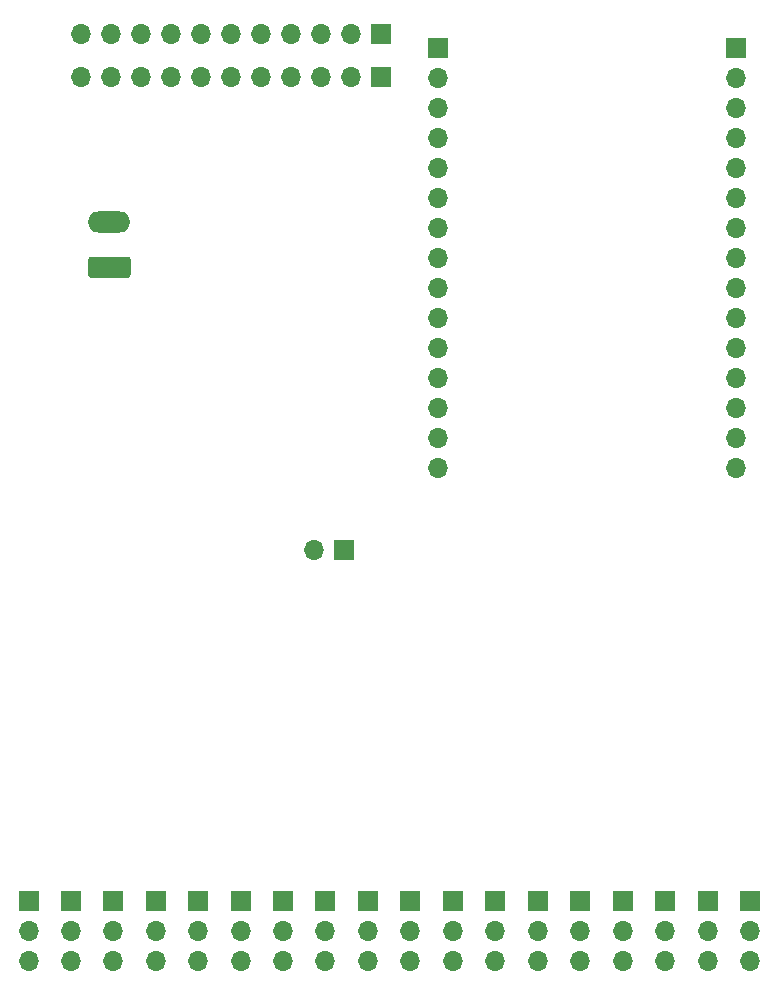
<source format=gbs>
G04 #@! TF.GenerationSoftware,KiCad,Pcbnew,(5.1.10)-1*
G04 #@! TF.CreationDate,2023-01-28T17:58:28+01:00*
G04 #@! TF.ProjectId,servo_board,73657276-6f5f-4626-9f61-72642e6b6963,1.0*
G04 #@! TF.SameCoordinates,Original*
G04 #@! TF.FileFunction,Soldermask,Bot*
G04 #@! TF.FilePolarity,Negative*
%FSLAX46Y46*%
G04 Gerber Fmt 4.6, Leading zero omitted, Abs format (unit mm)*
G04 Created by KiCad (PCBNEW (5.1.10)-1) date 2023-01-28 17:58:28*
%MOMM*%
%LPD*%
G01*
G04 APERTURE LIST*
%ADD10O,1.700000X1.700000*%
%ADD11R,1.700000X1.700000*%
%ADD12O,3.600000X1.800000*%
G04 APERTURE END LIST*
D10*
X84264500Y-100317300D03*
X86804500Y-100317300D03*
X89344500Y-100317300D03*
X91884500Y-100317300D03*
X94424500Y-100317300D03*
X96964500Y-100317300D03*
X99504500Y-100317300D03*
X102044500Y-100317300D03*
X104584500Y-100317300D03*
X107124500Y-100317300D03*
D11*
X109664500Y-100317300D03*
D10*
X97802700Y-178803300D03*
X97802700Y-176263300D03*
D11*
X97802700Y-173723300D03*
D10*
X115785900Y-178828700D03*
X115785900Y-176288700D03*
D11*
X115785900Y-173748700D03*
D10*
X108597700Y-178803300D03*
X108597700Y-176263300D03*
D11*
X108597700Y-173723300D03*
D10*
X119380000Y-178816000D03*
X119380000Y-176276000D03*
D11*
X119380000Y-173736000D03*
D10*
X104990900Y-178790600D03*
X104990900Y-176250600D03*
D11*
X104990900Y-173710600D03*
D10*
X94208600Y-178803300D03*
X94208600Y-176263300D03*
D11*
X94208600Y-173723300D03*
D10*
X140957300Y-178803300D03*
X140957300Y-176263300D03*
D11*
X140957300Y-173723300D03*
D10*
X137363200Y-178803300D03*
X137363200Y-176263300D03*
D11*
X137363200Y-173723300D03*
D10*
X83451700Y-178803300D03*
X83451700Y-176263300D03*
D11*
X83451700Y-173723300D03*
D10*
X112191800Y-178816000D03*
X112191800Y-176276000D03*
D11*
X112191800Y-173736000D03*
D10*
X122974100Y-178816000D03*
X122974100Y-176276000D03*
D11*
X122974100Y-173736000D03*
D10*
X101409500Y-178790600D03*
X101409500Y-176250600D03*
D11*
X101409500Y-173710600D03*
D10*
X90614500Y-178803300D03*
X90614500Y-176263300D03*
D11*
X90614500Y-173723300D03*
D10*
X126542800Y-178816000D03*
X126542800Y-176276000D03*
D11*
X126542800Y-173736000D03*
D10*
X130149600Y-178816000D03*
X130149600Y-176276000D03*
D11*
X130149600Y-173736000D03*
D10*
X133756400Y-178816000D03*
X133756400Y-176276000D03*
D11*
X133756400Y-173736000D03*
D10*
X79857600Y-178803300D03*
X79857600Y-176263300D03*
D11*
X79857600Y-173723300D03*
D10*
X87033100Y-178803300D03*
X87033100Y-176263300D03*
D11*
X87033100Y-173723300D03*
D10*
X103987600Y-143979900D03*
D11*
X106527600Y-143979900D03*
D10*
X84264500Y-103987600D03*
X86804500Y-103987600D03*
X89344500Y-103987600D03*
X91884500Y-103987600D03*
X94424500Y-103987600D03*
X96964500Y-103987600D03*
X99504500Y-103987600D03*
X102044500Y-103987600D03*
X104584500Y-103987600D03*
X107124500Y-103987600D03*
D11*
X109664500Y-103987600D03*
D10*
X139750800Y-137033000D03*
X139750800Y-134493000D03*
X139750800Y-131953000D03*
X139750800Y-129413000D03*
X139750800Y-126873000D03*
X139750800Y-124333000D03*
X139750800Y-121793000D03*
X139750800Y-119253000D03*
X139750800Y-116713000D03*
X139750800Y-114173000D03*
X139750800Y-111633000D03*
X139750800Y-109093000D03*
X139750800Y-106553000D03*
X139750800Y-104013000D03*
D11*
X139750800Y-101473000D03*
X114515900Y-101511100D03*
D10*
X114515900Y-104051100D03*
X114515900Y-106591100D03*
X114515900Y-109131100D03*
X114515900Y-111671100D03*
X114515900Y-114211100D03*
X114515900Y-116751100D03*
X114515900Y-119291100D03*
X114515900Y-121831100D03*
X114515900Y-124371100D03*
X114515900Y-126911100D03*
X114515900Y-129451100D03*
X114515900Y-131991100D03*
X114515900Y-134531100D03*
X114515900Y-137071100D03*
D12*
X86702900Y-116255800D03*
G36*
G01*
X88252900Y-120965800D02*
X85152900Y-120965800D01*
G75*
G02*
X84902900Y-120715800I0J250000D01*
G01*
X84902900Y-119415800D01*
G75*
G02*
X85152900Y-119165800I250000J0D01*
G01*
X88252900Y-119165800D01*
G75*
G02*
X88502900Y-119415800I0J-250000D01*
G01*
X88502900Y-120715800D01*
G75*
G02*
X88252900Y-120965800I-250000J0D01*
G01*
G37*
M02*

</source>
